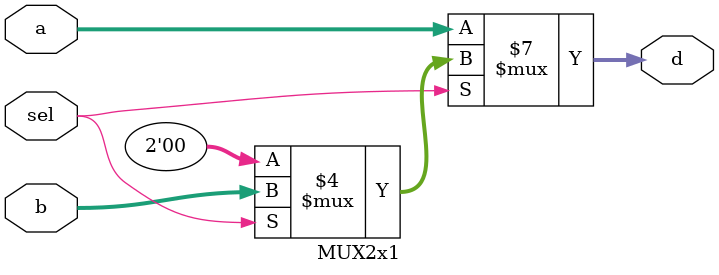
<source format=v>
`timescale 1ns / 1ps


module MUX2x1( a, b, sel, d );

    parameter DATAWIDTH = 2;
    input [DATAWIDTH-1:0] a, b;
    input sel;
    output reg [DATAWIDTH-1:0] d;
    
    always @ ( a, b, sel ) begin
    d <= 0;
        if ( sel == 0 ) begin
            d <= a;
        end
        else if ( sel == 1 ) begin
            d <= b;
        end    
    end

endmodule

</source>
